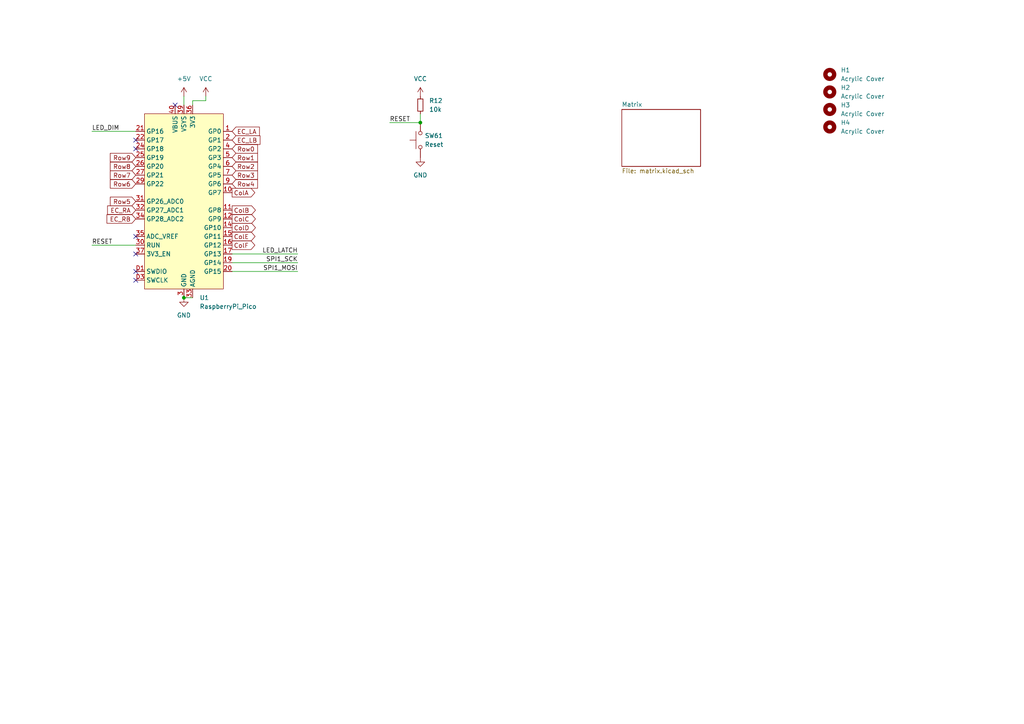
<source format=kicad_sch>
(kicad_sch (version 20211123) (generator eeschema)
  (paper "A4")
  (lib_symbols
    (symbol "Device:R_Small" (pin_numbers hide) (pin_names (offset 0.254) hide)
      (property "Reference" "R" (at 0.762 0.508 0))
      (property "Value" "R_Small" (at 0.762 -1.016 0))
      (symbol "R_Small_0_1"
        (rectangle (start -0.762 1.778) (end 0.762 -1.778) (stroke (width 0.2032)))
      )
      (symbol "R_Small_1_1"
        (pin passive line (at 0 2.54 270) (length 0.762) (name "~") (number "1"))
        (pin passive line (at 0 -2.54 90) (length 0.762) (name "~") (number "2"))
      )
    )
    (symbol "Mechanical:MountingHole" (pin_names (offset 1.016))
      (property "Reference" "H" (at 0 5.08 0))
      (property "Value" "MountingHole" (at 0 3.175 0))
      (symbol "MountingHole_0_1"
        (circle (center 0 0) (radius 1.27) (stroke (width 1.27)))
      )
    )
    (symbol "Switch:SW_Push" (pin_numbers hide) (pin_names (offset 1.016) hide)
      (property "Reference" "SW" (at 1.27 2.54 0))
      (property "Value" "SW_Push" (at 0 -1.524 0))
      (symbol "SW_Push_0_1"
        (circle (center -2.032 0) (radius 0.508))
        (polyline (pts (xy 0 1.27) (xy 0 3.048)))
        (polyline (pts (xy 2.54 1.27) (xy -2.54 1.27)))
        (circle (center 2.032 0) (radius 0.508))
        (pin passive line (at -5.08 0 0) (length 2.54) (name "1") (number "1"))
        (pin passive line (at 5.08 0 180) (length 2.54) (name "2") (number "2"))
      )
    )
    (symbol "agausmann:RaspberryPi_Pico"
      (property "Reference" "U" (at 0 0 0))
      (property "Value" "RaspberryPi_Pico" (at 1.27 0 0))
      (symbol "RaspberryPi_Pico_0_1"
        (rectangle (start 11.43 15.24) (end -11.43 -35.56) (fill (type background)))
      )
      (symbol "RaspberryPi_Pico_1_1"
        (pin bidirectional line (at 13.97 10.16 180) (length 2.54) (name "GP0") (number "1"))
        (pin bidirectional line (at 13.97 -7.62 180) (length 2.54) (name "GP7") (number "10"))
        (pin bidirectional line (at 13.97 -12.7 180) (length 2.54) (name "GP8") (number "11"))
        (pin bidirectional line (at 13.97 -15.24 180) (length 2.54) (name "GP9") (number "12"))
        (pin passive line (at 0 -38.1 90) (length 2.54) hide (name "GND") (number "13"))
        (pin bidirectional line (at 13.97 -17.78 180) (length 2.54) (name "GP10") (number "14"))
        (pin bidirectional line (at 13.97 -20.32 180) (length 2.54) (name "GP11") (number "15"))
        (pin bidirectional line (at 13.97 -22.86 180) (length 2.54) (name "GP12") (number "16"))
        (pin bidirectional line (at 13.97 -25.4 180) (length 2.54) (name "GP13") (number "17"))
        (pin passive line (at 0 -38.1 90) (length 2.54) hide (name "GND") (number "18"))
        (pin bidirectional line (at 13.97 -27.94 180) (length 2.54) (name "GP14") (number "19"))
        (pin bidirectional line (at 13.97 7.62 180) (length 2.54) (name "GP1") (number "2"))
        (pin bidirectional line (at 13.97 -30.48 180) (length 2.54) (name "GP15") (number "20"))
        (pin bidirectional line (at -13.97 10.16 0) (length 2.54) (name "GP16") (number "21"))
        (pin bidirectional line (at -13.97 7.62 0) (length 2.54) (name "GP17") (number "22"))
        (pin passive line (at 0 -38.1 90) (length 2.54) hide (name "GND") (number "23"))
        (pin bidirectional line (at -13.97 5.08 0) (length 2.54) (name "GP18") (number "24"))
        (pin bidirectional line (at -13.97 2.54 0) (length 2.54) (name "GP19") (number "25"))
        (pin bidirectional line (at -13.97 0 0) (length 2.54) (name "GP20") (number "26"))
        (pin bidirectional line (at -13.97 -2.54 0) (length 2.54) (name "GP21") (number "27"))
        (pin passive line (at 0 -38.1 90) (length 2.54) hide (name "GND") (number "28"))
        (pin bidirectional line (at -13.97 -5.08 0) (length 2.54) (name "GP22") (number "29"))
        (pin passive line (at 0 -38.1 90) (length 2.54) (name "GND") (number "3"))
        (pin input line (at -13.97 -22.86 0) (length 2.54) (name "RUN") (number "30"))
        (pin bidirectional line (at -13.97 -10.16 0) (length 2.54) (name "GP26_ADC0") (number "31"))
        (pin bidirectional line (at -13.97 -12.7 0) (length 2.54) (name "GP27_ADC1") (number "32"))
        (pin passive line (at 2.54 -38.1 90) (length 2.54) (name "AGND") (number "33"))
        (pin bidirectional line (at -13.97 -15.24 0) (length 2.54) (name "GP28_ADC2") (number "34"))
        (pin input line (at -13.97 -20.32 0) (length 2.54) (name "ADC_VREF") (number "35"))
        (pin power_out line (at 2.54 17.78 270) (length 2.54) (name "3V3") (number "36"))
        (pin input line (at -13.97 -25.4 0) (length 2.54) (name "3V3_EN") (number "37"))
        (pin passive line (at 0 -38.1 90) (length 2.54) hide (name "GND") (number "38"))
        (pin passive line (at 0 17.78 270) (length 2.54) (name "VSYS") (number "39"))
        (pin bidirectional line (at 13.97 5.08 180) (length 2.54) (name "GP2") (number "4"))
        (pin passive line (at -2.54 17.78 270) (length 2.54) (name "VBUS") (number "40"))
        (pin bidirectional line (at 13.97 2.54 180) (length 2.54) (name "GP3") (number "5"))
        (pin bidirectional line (at 13.97 0 180) (length 2.54) (name "GP4") (number "6"))
        (pin bidirectional line (at 13.97 -2.54 180) (length 2.54) (name "GP5") (number "7"))
        (pin passive line (at 0 -38.1 90) (length 2.54) hide (name "GND") (number "8"))
        (pin bidirectional line (at 13.97 -5.08 180) (length 2.54) (name "GP6") (number "9"))
        (pin bidirectional line (at -13.97 -30.48 0) (length 2.54) (name "SWDIO") (number "D1"))
        (pin passive line (at 0 -38.1 90) (length 2.54) hide (name "GND") (number "D2"))
        (pin input line (at -13.97 -33.02 0) (length 2.54) (name "SWCLK") (number "D3"))
      )
    )
    (symbol "power:+5V" (power) (pin_names (offset 0))
      (property "Value" "+5V" (at 0 3.556 0))
      (symbol "+5V_0_1"
        (polyline (pts (xy -0.762 1.27) (xy 0 2.54)))
        (polyline (pts (xy 0 0) (xy 0 2.54)))
        (polyline (pts (xy 0 2.54) (xy 0.762 1.27)))
      )
      (symbol "+5V_1_1"
        (pin power_in line (at 0 0 90) (length 0) hide (name "+5V") (number "1"))
      )
    )
    (symbol "power:GND" (power) (pin_names (offset 0))
      (property "Value" "GND" (at 0 -3.81 0))
      (symbol "GND_0_1"
        (polyline (pts (xy 0 0) (xy 0 -1.27) (xy 1.27 -1.27) (xy 0 -2.54) (xy -1.27 -1.27) (xy 0 -1.27)))
      )
      (symbol "GND_1_1"
        (pin power_in line (at 0 0 270) (length 0) hide (name "GND") (number "1"))
      )
    )
    (symbol "power:VCC" (power) (pin_names (offset 0))
      (property "Value" "VCC" (at 0 3.81 0))
      (symbol "VCC_0_1"
        (polyline (pts (xy -0.762 1.27) (xy 0 2.54)))
        (polyline (pts (xy 0 0) (xy 0 2.54)))
        (polyline (pts (xy 0 2.54) (xy 0.762 1.27)))
      )
      (symbol "VCC_1_1"
        (pin power_in line (at 0 0 90) (length 0) hide (name "VCC") (number "1"))
      )
    )
  )
  (junction (at 121.92 35.56))
  (junction (at 53.34 86.36))
  (no_connect (at 39.37 68.58))
  (no_connect (at 39.37 81.28))
  (no_connect (at 39.37 73.66))
  (no_connect (at 50.8 30.48))
  (no_connect (at 39.37 78.74))
  (no_connect (at 39.37 43.18))
  (no_connect (at 39.37 40.64))
  (wire (pts (xy 67.31 78.74) (xy 86.36 78.74)))
  (wire (pts (xy 59.69 29.21) (xy 55.88 29.21)))
  (wire (pts (xy 26.67 71.12) (xy 39.37 71.12)))
  (wire (pts (xy 55.88 29.21) (xy 55.88 30.48)))
  (wire (pts (xy 113.03 35.56) (xy 121.92 35.56)))
  (wire (pts (xy 53.34 86.36) (xy 55.88 86.36)))
  (wire (pts (xy 26.67 38.1) (xy 39.37 38.1)))
  (wire (pts (xy 67.31 76.2) (xy 86.36 76.2)))
  (wire (pts (xy 67.31 73.66) (xy 86.36 73.66)))
  (wire (pts (xy 53.34 27.94) (xy 53.34 30.48)))
  (wire (pts (xy 121.92 35.56) (xy 121.92 33.02)))
  (wire (pts (xy 59.69 27.94) (xy 59.69 29.21)))
  (label "LED_DIM" (at 26.67 38.1 0))
  (label "RESET" (at 26.67 71.12 0))
  (label "LED_LATCH" (at 86.36 73.66 180))
  (label "SPI1_MOSI" (at 86.36 78.74 180))
  (label "SPI1_SCK" (at 86.36 76.2 180))
  (label "RESET" (at 113.03 35.56 0))
  (global_label "ColD" (shape output) (at 67.31 66.04 0) (property "Intersheet References" "${INTERSHEET_REFS}" (effects hide)))
  (global_label "EC_RA" (shape input) (at 39.37 60.96 180) (property "Intersheet References" "${INTERSHEET_REFS}" (effects hide)))
  (global_label "ColE" (shape output) (at 67.31 68.58 0) (property "Intersheet References" "${INTERSHEET_REFS}" (effects hide)))
  (global_label "EC_RB" (shape input) (at 39.37 63.5 180) (property "Intersheet References" "${INTERSHEET_REFS}" (effects hide)))
  (global_label "Row6" (shape input) (at 39.37 53.34 180) (property "Intersheet References" "${INTERSHEET_REFS}" (effects hide)))
  (global_label "ColF" (shape output) (at 67.31 71.12 0) (property "Intersheet References" "${INTERSHEET_REFS}" (effects hide)))
  (global_label "ColB" (shape output) (at 67.31 60.96 0) (property "Intersheet References" "${INTERSHEET_REFS}" (effects hide)))
  (global_label "Row9" (shape input) (at 39.37 45.72 180) (property "Intersheet References" "${INTERSHEET_REFS}" (effects hide)))
  (global_label "Row3" (shape input) (at 67.31 50.8 0) (property "Intersheet References" "${INTERSHEET_REFS}" (effects hide)))
  (global_label "EC_LA" (shape input) (at 67.31 38.1 0) (property "Intersheet References" "${INTERSHEET_REFS}" (effects hide)))
  (global_label "Row7" (shape input) (at 39.37 50.8 180) (property "Intersheet References" "${INTERSHEET_REFS}" (effects hide)))
  (global_label "Row5" (shape input) (at 39.37 58.42 180) (property "Intersheet References" "${INTERSHEET_REFS}" (effects hide)))
  (global_label "EC_LB" (shape input) (at 67.31 40.64 0) (property "Intersheet References" "${INTERSHEET_REFS}" (effects hide)))
  (global_label "Row1" (shape input) (at 67.31 45.72 0) (property "Intersheet References" "${INTERSHEET_REFS}" (effects hide)))
  (global_label "Row8" (shape input) (at 39.37 48.26 180) (property "Intersheet References" "${INTERSHEET_REFS}" (effects hide)))
  (global_label "Row4" (shape input) (at 67.31 53.34 0) (property "Intersheet References" "${INTERSHEET_REFS}" (effects hide)))
  (global_label "ColC" (shape output) (at 67.31 63.5 0) (property "Intersheet References" "${INTERSHEET_REFS}" (effects hide)))
  (global_label "Row2" (shape input) (at 67.31 48.26 0) (property "Intersheet References" "${INTERSHEET_REFS}" (effects hide)))
  (global_label "ColA" (shape output) (at 67.31 55.88 0) (property "Intersheet References" "${INTERSHEET_REFS}" (effects hide)))
  (global_label "Row0" (shape input) (at 67.31 43.18 0) (property "Intersheet References" "${INTERSHEET_REFS}" (effects hide)))
  (symbol (lib_id "Switch:SW_Push") (at 121.92 40.64 90) (mirror x) (unit 1)
    (property "Reference" "SW61" (at 123.19 39.3699 90) (effects (justify right)))
    (property "Value" "Reset" (at 123.19 41.9099 90) (effects (justify right)))
    (property "Footprint" "agausmann:SW_Push_MJTP1117" (effects hide))
  )
  (symbol (lib_id "Mechanical:MountingHole") (at 240.665 26.67 0) (unit 1)
    (property "Reference" "H2" (at 243.84 25.3999 0) (effects (justify left)))
    (property "Value" "Acrylic Cover" (at 243.84 27.9399 0) (effects (justify left)))
    (property "Footprint" "MountingHole:MountingHole_2.2mm_M2_Pad" (effects hide))
  )
  (symbol (lib_id "power:VCC") (at 59.69 27.94 0) (unit 1)
    (property "Reference" "#PWR0103" (effects hide))
    (property "Value" "VCC" (at 59.69 22.86 0))
  )
  (symbol (lib_id "Device:R_Small") (at 121.92 30.48 0) (unit 1)
    (property "Reference" "R12" (at 124.46 29.2099 0) (effects (justify left)))
    (property "Value" "10k" (at 124.46 31.7499 0) (effects (justify left)))
    (property "Footprint" "Resistor_THT:R_Axial_DIN0204_L3.6mm_D1.6mm_P7.62mm_Horizontal" (effects hide))
  )
  (symbol (lib_id "power:+5V") (at 53.34 27.94 0) (unit 1)
    (property "Reference" "#PWR0115" (effects hide))
    (property "Value" "+5V" (at 53.34 22.86 0))
  )
  (symbol (lib_id "agausmann:RaspberryPi_Pico") (at 53.34 48.26 0) (unit 1)
    (property "Reference" "U1" (at 57.8994 86.36 0) (effects (justify left)))
    (property "Value" "RaspberryPi_Pico" (at 57.8994 88.9 0) (effects (justify left)))
    (property "Footprint" "agausmann:RaspberryPi_Pico" (effects hide))
    (property "Datasheet" "https://datasheets.raspberrypi.com/pico/pico-datasheet.pdf" (effects hide))
  )
  (symbol (lib_id "power:VCC") (at 121.92 27.94 0) (unit 1)
    (property "Reference" "#PWR01" (effects hide))
    (property "Value" "VCC" (at 121.92 22.86 0))
  )
  (symbol (lib_id "power:GND") (at 121.92 45.72 0) (unit 1)
    (property "Reference" "#PWR0110" (effects hide))
    (property "Value" "GND" (at 121.92 50.8 0))
  )
  (symbol (lib_id "Mechanical:MountingHole") (at 240.665 21.59 0) (unit 1)
    (property "Reference" "H1" (at 243.84 20.3199 0) (effects (justify left)))
    (property "Value" "Acrylic Cover" (at 243.84 22.8599 0) (effects (justify left)))
    (property "Footprint" "MountingHole:MountingHole_2.2mm_M2_Pad" (effects hide))
  )
  (symbol (lib_id "Mechanical:MountingHole") (at 240.665 36.83 0) (unit 1)
    (property "Reference" "H4" (at 243.84 35.5599 0) (effects (justify left)))
    (property "Value" "Acrylic Cover" (at 243.84 38.0999 0) (effects (justify left)))
    (property "Footprint" "MountingHole:MountingHole_2.2mm_M2_Pad" (effects hide))
  )
  (symbol (lib_id "Mechanical:MountingHole") (at 240.665 31.75 0) (unit 1)
    (property "Reference" "H3" (at 243.84 30.4799 0) (effects (justify left)))
    (property "Value" "Acrylic Cover" (at 243.84 33.0199 0) (effects (justify left)))
    (property "Footprint" "MountingHole:MountingHole_2.2mm_M2_Pad" (effects hide))
  )
  (symbol (lib_id "power:GND") (at 53.34 86.36 0) (unit 1)
    (property "Reference" "#PWR0102" (effects hide))
    (property "Value" "GND" (at 53.34 91.44 0))
  )
  (sheet (at 180.34 31.75) (size 22.86 16.51) (stroke (width 0.1524))
    (property "Sheet name" "Matrix" (at 180.34 31.0384 0) (effects (justify left bottom)))
    (property "Sheet file" "matrix.kicad_sch" (at 180.34 48.8446 0) (effects (justify left top)))
  )
)
</source>
